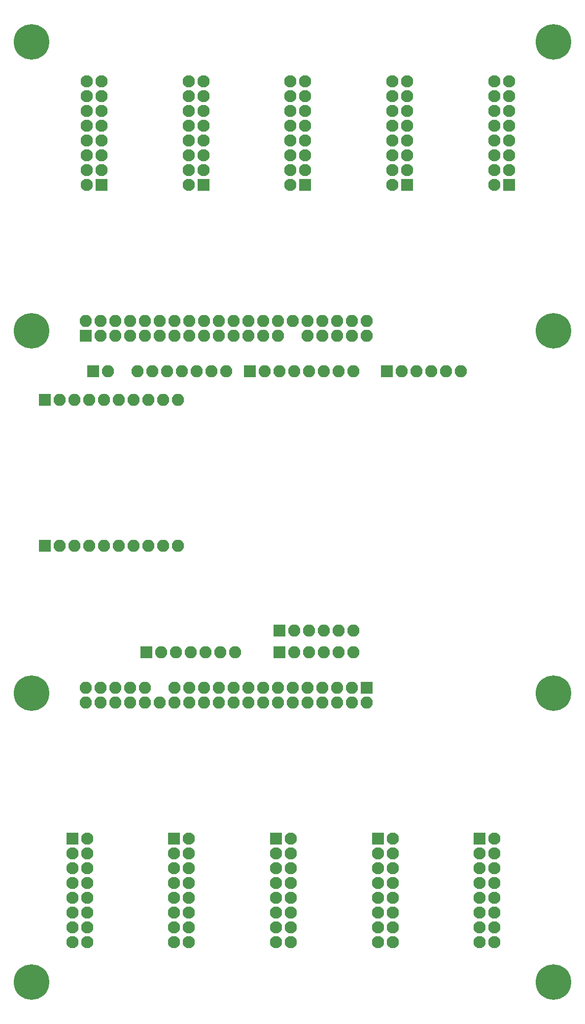
<source format=gbs>
G04 #@! TF.FileFunction,Soldermask,Bot*
%FSLAX46Y46*%
G04 Gerber Fmt 4.6, Leading zero omitted, Abs format (unit mm)*
G04 Created by KiCad (PCBNEW 4.0.7-e2-6376~58~ubuntu16.04.1) date Thu Jan 25 15:37:05 2018*
%MOMM*%
%LPD*%
G01*
G04 APERTURE LIST*
%ADD10C,0.100000*%
%ADD11R,2.100000X2.100000*%
%ADD12C,2.100000*%
%ADD13O,2.100000X2.100000*%
%ADD14C,6.100000*%
G04 APERTURE END LIST*
D10*
D11*
X76960000Y-157230000D03*
D12*
X79500000Y-157230000D03*
X76960000Y-159770000D03*
X79500000Y-159770000D03*
X76960000Y-162310000D03*
X79500000Y-162310000D03*
X76960000Y-164850000D03*
X79500000Y-164850000D03*
X76960000Y-167390000D03*
X79500000Y-167390000D03*
X76960000Y-169930000D03*
X79500000Y-169930000D03*
X76960000Y-172470000D03*
X79500000Y-172470000D03*
X76960000Y-175010000D03*
X79500000Y-175010000D03*
D11*
X127510000Y-131340000D03*
D13*
X127510000Y-133880000D03*
X124970000Y-131340000D03*
X124970000Y-133880000D03*
X122430000Y-131340000D03*
X122430000Y-133880000D03*
X119890000Y-131340000D03*
X119890000Y-133880000D03*
X117350000Y-131340000D03*
X117350000Y-133880000D03*
X114810000Y-131340000D03*
X114810000Y-133880000D03*
X112270000Y-131340000D03*
X112270000Y-133880000D03*
X109730000Y-131340000D03*
X109730000Y-133880000D03*
X107190000Y-131340000D03*
X107190000Y-133880000D03*
X104650000Y-131340000D03*
X104650000Y-133880000D03*
X102110000Y-131340000D03*
X102110000Y-133880000D03*
X99570000Y-131340000D03*
X99570000Y-133880000D03*
X97030000Y-131340000D03*
X97030000Y-133880000D03*
X94490000Y-131340000D03*
X94490000Y-133880000D03*
X91950000Y-133880000D03*
X89410000Y-131340000D03*
X89410000Y-133880000D03*
X86870000Y-131340000D03*
X86870000Y-133880000D03*
X84330000Y-131340000D03*
X84330000Y-133880000D03*
X81790000Y-131340000D03*
X81790000Y-133880000D03*
X79250000Y-131340000D03*
X79250000Y-133880000D03*
D11*
X134500000Y-45000000D03*
D12*
X131960000Y-45000000D03*
X134500000Y-42460000D03*
X131960000Y-42460000D03*
X134500000Y-39920000D03*
X131960000Y-39920000D03*
X134500000Y-37380000D03*
X131960000Y-37380000D03*
X134500000Y-34840000D03*
X131960000Y-34840000D03*
X134500000Y-32300000D03*
X131960000Y-32300000D03*
X134500000Y-29760000D03*
X131960000Y-29760000D03*
X134500000Y-27220000D03*
X131960000Y-27220000D03*
D11*
X117000000Y-45000000D03*
D12*
X114460000Y-45000000D03*
X117000000Y-42460000D03*
X114460000Y-42460000D03*
X117000000Y-39920000D03*
X114460000Y-39920000D03*
X117000000Y-37380000D03*
X114460000Y-37380000D03*
X117000000Y-34840000D03*
X114460000Y-34840000D03*
X117000000Y-32300000D03*
X114460000Y-32300000D03*
X117000000Y-29760000D03*
X114460000Y-29760000D03*
X117000000Y-27220000D03*
X114460000Y-27220000D03*
D11*
X79250000Y-70890000D03*
D13*
X79250000Y-68350000D03*
X81790000Y-70890000D03*
X81790000Y-68350000D03*
X84330000Y-70890000D03*
X84330000Y-68350000D03*
X86870000Y-70890000D03*
X86870000Y-68350000D03*
X89410000Y-70890000D03*
X89410000Y-68350000D03*
X91950000Y-70890000D03*
X91950000Y-68350000D03*
X94490000Y-70890000D03*
X94490000Y-68350000D03*
X97030000Y-70890000D03*
X97030000Y-68350000D03*
X99570000Y-70890000D03*
X99570000Y-68350000D03*
X102110000Y-70890000D03*
X102110000Y-68350000D03*
X104650000Y-70890000D03*
X104650000Y-68350000D03*
X107190000Y-70890000D03*
X107190000Y-68350000D03*
X109730000Y-70890000D03*
X109730000Y-68350000D03*
X112270000Y-70890000D03*
X112270000Y-68350000D03*
X114810000Y-68350000D03*
X117350000Y-70890000D03*
X117350000Y-68350000D03*
X119890000Y-70890000D03*
X119890000Y-68350000D03*
X122430000Y-70890000D03*
X122430000Y-68350000D03*
X124970000Y-70890000D03*
X124970000Y-68350000D03*
X127510000Y-70890000D03*
X127510000Y-68350000D03*
D11*
X99500000Y-45000000D03*
D12*
X96960000Y-45000000D03*
X99500000Y-42460000D03*
X96960000Y-42460000D03*
X99500000Y-39920000D03*
X96960000Y-39920000D03*
X99500000Y-37380000D03*
X96960000Y-37380000D03*
X99500000Y-34840000D03*
X96960000Y-34840000D03*
X99500000Y-32300000D03*
X96960000Y-32300000D03*
X99500000Y-29760000D03*
X96960000Y-29760000D03*
X99500000Y-27220000D03*
X96960000Y-27220000D03*
D11*
X82000000Y-45000000D03*
D12*
X79460000Y-45000000D03*
X82000000Y-42460000D03*
X79460000Y-42460000D03*
X82000000Y-39920000D03*
X79460000Y-39920000D03*
X82000000Y-37380000D03*
X79460000Y-37380000D03*
X82000000Y-34840000D03*
X79460000Y-34840000D03*
X82000000Y-32300000D03*
X79460000Y-32300000D03*
X82000000Y-29760000D03*
X79460000Y-29760000D03*
X82000000Y-27220000D03*
X79460000Y-27220000D03*
D11*
X152000000Y-45000000D03*
D12*
X149460000Y-45000000D03*
X152000000Y-42460000D03*
X149460000Y-42460000D03*
X152000000Y-39920000D03*
X149460000Y-39920000D03*
X152000000Y-37380000D03*
X149460000Y-37380000D03*
X152000000Y-34840000D03*
X149460000Y-34840000D03*
X152000000Y-32300000D03*
X149460000Y-32300000D03*
X152000000Y-29760000D03*
X149460000Y-29760000D03*
X152000000Y-27220000D03*
X149460000Y-27220000D03*
D14*
X70000000Y-70000000D03*
X159650000Y-70000000D03*
X70000000Y-20400000D03*
X159650000Y-20400000D03*
D11*
X80520000Y-76980000D03*
D13*
X83060000Y-76980000D03*
X88140000Y-76980000D03*
X90680000Y-76980000D03*
X93220000Y-76980000D03*
X95760000Y-76980000D03*
X98300000Y-76980000D03*
X100840000Y-76980000D03*
X103380000Y-76980000D03*
D11*
X107450000Y-76980000D03*
D13*
X109990000Y-76980000D03*
X112530000Y-76980000D03*
X115070000Y-76980000D03*
X117610000Y-76980000D03*
X120150000Y-76980000D03*
X122690000Y-76980000D03*
X125230000Y-76980000D03*
D11*
X112530000Y-125240000D03*
D13*
X115070000Y-125240000D03*
X117610000Y-125240000D03*
X120150000Y-125240000D03*
X122690000Y-125240000D03*
X125230000Y-125240000D03*
D11*
X89670000Y-125240000D03*
D13*
X92210000Y-125240000D03*
X94750000Y-125240000D03*
X97290000Y-125240000D03*
X99830000Y-125240000D03*
X102370000Y-125240000D03*
X104910000Y-125240000D03*
D14*
X70000000Y-132230000D03*
X159650000Y-181830000D03*
X159650000Y-132230000D03*
X70000000Y-181830000D03*
D11*
X94460000Y-157230000D03*
D12*
X97000000Y-157230000D03*
X94460000Y-159770000D03*
X97000000Y-159770000D03*
X94460000Y-162310000D03*
X97000000Y-162310000D03*
X94460000Y-164850000D03*
X97000000Y-164850000D03*
X94460000Y-167390000D03*
X97000000Y-167390000D03*
X94460000Y-169930000D03*
X97000000Y-169930000D03*
X94460000Y-172470000D03*
X97000000Y-172470000D03*
X94460000Y-175010000D03*
X97000000Y-175010000D03*
D11*
X111960000Y-157230000D03*
D12*
X114500000Y-157230000D03*
X111960000Y-159770000D03*
X114500000Y-159770000D03*
X111960000Y-162310000D03*
X114500000Y-162310000D03*
X111960000Y-164850000D03*
X114500000Y-164850000D03*
X111960000Y-167390000D03*
X114500000Y-167390000D03*
X111960000Y-169930000D03*
X114500000Y-169930000D03*
X111960000Y-172470000D03*
X114500000Y-172470000D03*
X111960000Y-175010000D03*
X114500000Y-175010000D03*
D11*
X129460000Y-157230000D03*
D12*
X132000000Y-157230000D03*
X129460000Y-159770000D03*
X132000000Y-159770000D03*
X129460000Y-162310000D03*
X132000000Y-162310000D03*
X129460000Y-164850000D03*
X132000000Y-164850000D03*
X129460000Y-167390000D03*
X132000000Y-167390000D03*
X129460000Y-169930000D03*
X132000000Y-169930000D03*
X129460000Y-172470000D03*
X132000000Y-172470000D03*
X129460000Y-175010000D03*
X132000000Y-175010000D03*
D11*
X146960000Y-157230000D03*
D12*
X149500000Y-157230000D03*
X146960000Y-159770000D03*
X149500000Y-159770000D03*
X146960000Y-162310000D03*
X149500000Y-162310000D03*
X146960000Y-164850000D03*
X149500000Y-164850000D03*
X146960000Y-167390000D03*
X149500000Y-167390000D03*
X146960000Y-169930000D03*
X149500000Y-169930000D03*
X146960000Y-172470000D03*
X149500000Y-172470000D03*
X146960000Y-175010000D03*
X149500000Y-175010000D03*
D11*
X72300000Y-81900000D03*
D13*
X74840000Y-81900000D03*
X77380000Y-81900000D03*
X79920000Y-81900000D03*
X82460000Y-81900000D03*
X85000000Y-81900000D03*
X87540000Y-81900000D03*
X90080000Y-81900000D03*
X92620000Y-81900000D03*
X95160000Y-81900000D03*
D11*
X112530000Y-121500000D03*
D13*
X115070000Y-121500000D03*
X117610000Y-121500000D03*
X120150000Y-121500000D03*
X122690000Y-121500000D03*
X125230000Y-121500000D03*
D11*
X131000000Y-76980000D03*
D13*
X133540000Y-76980000D03*
X136080000Y-76980000D03*
X138620000Y-76980000D03*
X141160000Y-76980000D03*
X143700000Y-76980000D03*
D11*
X72300000Y-106900000D03*
D13*
X74840000Y-106900000D03*
X77380000Y-106900000D03*
X79920000Y-106900000D03*
X82460000Y-106900000D03*
X85000000Y-106900000D03*
X87540000Y-106900000D03*
X90080000Y-106900000D03*
X92620000Y-106900000D03*
X95160000Y-106900000D03*
M02*

</source>
